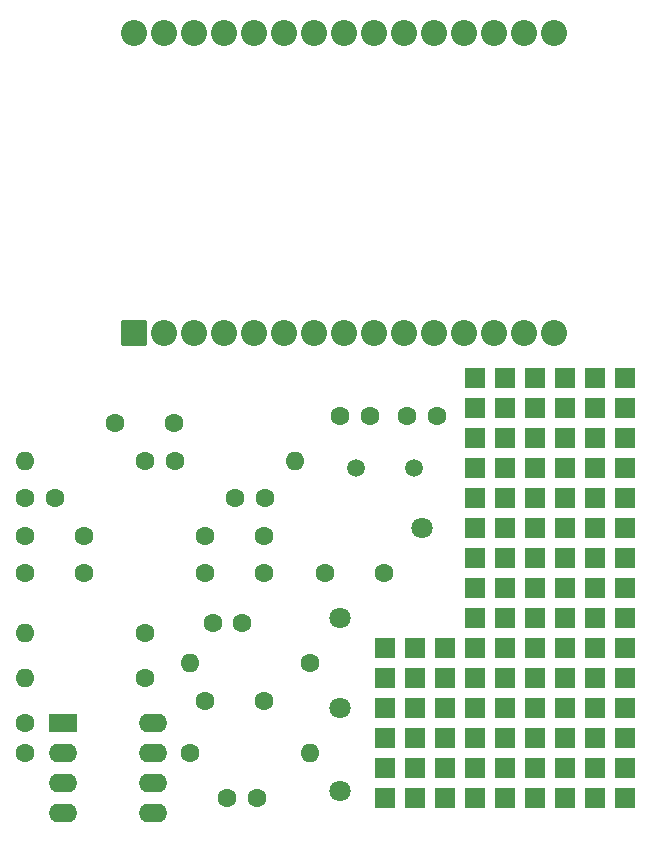
<source format=gbr>
%TF.GenerationSoftware,KiCad,Pcbnew,7.0.1*%
%TF.CreationDate,2023-09-14T17:26:19+02:00*%
%TF.ProjectId,schematic,73636865-6d61-4746-9963-2e6b69636164,rev?*%
%TF.SameCoordinates,Original*%
%TF.FileFunction,Soldermask,Bot*%
%TF.FilePolarity,Negative*%
%FSLAX46Y46*%
G04 Gerber Fmt 4.6, Leading zero omitted, Abs format (unit mm)*
G04 Created by KiCad (PCBNEW 7.0.1) date 2023-09-14 17:26:19*
%MOMM*%
%LPD*%
G01*
G04 APERTURE LIST*
G04 Aperture macros list*
%AMRoundRect*
0 Rectangle with rounded corners*
0 $1 Rounding radius*
0 $2 $3 $4 $5 $6 $7 $8 $9 X,Y pos of 4 corners*
0 Add a 4 corners polygon primitive as box body*
4,1,4,$2,$3,$4,$5,$6,$7,$8,$9,$2,$3,0*
0 Add four circle primitives for the rounded corners*
1,1,$1+$1,$2,$3*
1,1,$1+$1,$4,$5*
1,1,$1+$1,$6,$7*
1,1,$1+$1,$8,$9*
0 Add four rect primitives between the rounded corners*
20,1,$1+$1,$2,$3,$4,$5,0*
20,1,$1+$1,$4,$5,$6,$7,0*
20,1,$1+$1,$6,$7,$8,$9,0*
20,1,$1+$1,$8,$9,$2,$3,0*%
G04 Aperture macros list end*
%ADD10R,1.720000X1.720000*%
%ADD11C,1.600000*%
%ADD12O,1.600000X1.600000*%
%ADD13C,1.500000*%
%ADD14C,1.800000*%
%ADD15R,2.400000X1.600000*%
%ADD16O,2.400000X1.600000*%
%ADD17RoundRect,0.102000X1.000000X-1.000000X1.000000X1.000000X-1.000000X1.000000X-1.000000X-1.000000X0*%
%ADD18C,2.204000*%
G04 APERTURE END LIST*
D10*
%TO.C,REF\u002A\u002A*%
X192405000Y-82550000D03*
X192405000Y-85090000D03*
X192405000Y-87630000D03*
X194945000Y-82550000D03*
X194945000Y-85090000D03*
X194945000Y-87630000D03*
X197485000Y-82550000D03*
X197485000Y-85090000D03*
X197485000Y-87630000D03*
%TD*%
%TO.C,REF\u002A\u002A*%
X184785000Y-105410000D03*
X184785000Y-107950000D03*
X184785000Y-110490000D03*
X187325000Y-105410000D03*
X187325000Y-107950000D03*
X187325000Y-110490000D03*
X189865000Y-105410000D03*
X189865000Y-107950000D03*
X189865000Y-110490000D03*
%TD*%
D11*
%TO.C,C5*%
X161965000Y-91440000D03*
X166965000Y-91440000D03*
%TD*%
%TO.C,C12*%
X177125000Y-91440000D03*
X172125000Y-91440000D03*
%TD*%
%TO.C,R5*%
X159385000Y-81915000D03*
D12*
X169545000Y-81915000D03*
%TD*%
D11*
%TO.C,C7*%
X146685000Y-106640000D03*
X146685000Y-104140000D03*
%TD*%
D13*
%TO.C,Y1*%
X179615000Y-82550000D03*
X174735000Y-82550000D03*
%TD*%
D10*
%TO.C,REF\u002A\u002A*%
X177165000Y-105410000D03*
X177165000Y-107950000D03*
X177165000Y-110490000D03*
X179705000Y-105410000D03*
X179705000Y-107950000D03*
X179705000Y-110490000D03*
X182245000Y-105410000D03*
X182245000Y-107950000D03*
X182245000Y-110490000D03*
%TD*%
D11*
%TO.C,R4*%
X156845000Y-100330000D03*
D12*
X146685000Y-100330000D03*
%TD*%
D14*
%TO.C,J1*%
X173355000Y-95250000D03*
%TD*%
D10*
%TO.C,REF\u002A\u002A*%
X177165000Y-97790000D03*
X177165000Y-100330000D03*
X177165000Y-102870000D03*
X179705000Y-97790000D03*
X179705000Y-100330000D03*
X179705000Y-102870000D03*
X182245000Y-97790000D03*
X182245000Y-100330000D03*
X182245000Y-102870000D03*
%TD*%
D11*
%TO.C,C10*%
X161965000Y-102235000D03*
X166965000Y-102235000D03*
%TD*%
D14*
%TO.C,J2*%
X180340000Y-87630000D03*
%TD*%
D11*
%TO.C,C9*%
X146705000Y-85090000D03*
X149205000Y-85090000D03*
%TD*%
D15*
%TO.C,U2*%
X149870000Y-104150000D03*
D16*
X149870000Y-106690000D03*
X149870000Y-109230000D03*
X149870000Y-111770000D03*
X157490000Y-111770000D03*
X157490000Y-109230000D03*
X157490000Y-106690000D03*
X157490000Y-104150000D03*
%TD*%
D10*
%TO.C,REF\u002A\u002A*%
X184785000Y-74930000D03*
X184785000Y-77470000D03*
X184785000Y-80010000D03*
X187325000Y-74930000D03*
X187325000Y-77470000D03*
X187325000Y-80010000D03*
X189865000Y-74930000D03*
X189865000Y-77470000D03*
X189865000Y-80010000D03*
%TD*%
%TO.C,REF\u002A\u002A*%
X192405000Y-90170000D03*
X192405000Y-92710000D03*
X192405000Y-95250000D03*
X194945000Y-90170000D03*
X194945000Y-92710000D03*
X194945000Y-95250000D03*
X197485000Y-90170000D03*
X197485000Y-92710000D03*
X197485000Y-95250000D03*
%TD*%
D11*
%TO.C,C6*%
X166330000Y-110490000D03*
X163830000Y-110490000D03*
%TD*%
%TO.C,C11*%
X159345000Y-78740000D03*
X154345000Y-78740000D03*
%TD*%
%TO.C,R2*%
X156845000Y-96520000D03*
D12*
X146685000Y-96520000D03*
%TD*%
D11*
%TO.C,C1*%
X162600000Y-95670000D03*
X165100000Y-95670000D03*
%TD*%
D14*
%TO.C,J3*%
X173355000Y-109855000D03*
%TD*%
%TO.C,J4*%
X173355000Y-102870000D03*
%TD*%
D10*
%TO.C,REF\u002A\u002A*%
X192405000Y-74930000D03*
X192405000Y-77470000D03*
X192405000Y-80010000D03*
X194945000Y-74930000D03*
X194945000Y-77470000D03*
X194945000Y-80010000D03*
X197485000Y-74930000D03*
X197485000Y-77470000D03*
X197485000Y-80010000D03*
%TD*%
D11*
%TO.C,R6*%
X156845000Y-81915000D03*
D12*
X146685000Y-81915000D03*
%TD*%
D11*
%TO.C,R1*%
X170815000Y-99060000D03*
D12*
X160655000Y-99060000D03*
%TD*%
D10*
%TO.C,REF\u002A\u002A*%
X192405000Y-97790000D03*
X192405000Y-100330000D03*
X192405000Y-102870000D03*
X194945000Y-97790000D03*
X194945000Y-100330000D03*
X194945000Y-102870000D03*
X197485000Y-97790000D03*
X197485000Y-100330000D03*
X197485000Y-102870000D03*
%TD*%
D11*
%TO.C,C14*%
X181570000Y-78105000D03*
X179070000Y-78105000D03*
%TD*%
%TO.C,C2*%
X151725000Y-91440000D03*
X146725000Y-91440000D03*
%TD*%
D10*
%TO.C,REF\u002A\u002A*%
X184785000Y-82550000D03*
X184785000Y-85090000D03*
X184785000Y-87630000D03*
X187325000Y-82550000D03*
X187325000Y-85090000D03*
X187325000Y-87630000D03*
X189865000Y-82550000D03*
X189865000Y-85090000D03*
X189865000Y-87630000D03*
%TD*%
%TO.C,REF\u002A\u002A*%
X184785000Y-90170000D03*
X184785000Y-92710000D03*
X184785000Y-95250000D03*
X187325000Y-90170000D03*
X187325000Y-92710000D03*
X187325000Y-95250000D03*
X189865000Y-90170000D03*
X189865000Y-92710000D03*
X189865000Y-95250000D03*
%TD*%
%TO.C,REF\u002A\u002A*%
X192405000Y-105410000D03*
X192405000Y-107950000D03*
X192405000Y-110490000D03*
X194945000Y-105410000D03*
X194945000Y-107950000D03*
X194945000Y-110490000D03*
X197485000Y-105410000D03*
X197485000Y-107950000D03*
X197485000Y-110490000D03*
%TD*%
D11*
%TO.C,C3*%
X161965000Y-88265000D03*
X166965000Y-88265000D03*
%TD*%
%TO.C,R3*%
X160655000Y-106680000D03*
D12*
X170815000Y-106680000D03*
%TD*%
D11*
%TO.C,C13*%
X173395000Y-78105000D03*
X175895000Y-78105000D03*
%TD*%
D17*
%TO.C,U3*%
X155935000Y-71120000D03*
D18*
X158475000Y-71120000D03*
X161015000Y-71120000D03*
X163555000Y-71120000D03*
X166095000Y-71120000D03*
X168635000Y-71120000D03*
X171175000Y-71120000D03*
X173715000Y-71120000D03*
X176255000Y-71120000D03*
X178795000Y-71120000D03*
X181335000Y-71120000D03*
X183875000Y-71120000D03*
X186415000Y-71120000D03*
X188955000Y-71120000D03*
X191495000Y-71120000D03*
X191495000Y-45720000D03*
X188955000Y-45720000D03*
X186415000Y-45720000D03*
X183875000Y-45720000D03*
X181335000Y-45720000D03*
X178795000Y-45720000D03*
X176255000Y-45720000D03*
X173715000Y-45720000D03*
X171175000Y-45720000D03*
X168635000Y-45720000D03*
X166095000Y-45720000D03*
X163555000Y-45720000D03*
X161015000Y-45720000D03*
X158475000Y-45720000D03*
X155935000Y-45720000D03*
%TD*%
D11*
%TO.C,C4*%
X151725000Y-88265000D03*
X146725000Y-88265000D03*
%TD*%
D10*
%TO.C,REF\u002A\u002A*%
X184785000Y-97790000D03*
X184785000Y-100330000D03*
X184785000Y-102870000D03*
X187325000Y-97790000D03*
X187325000Y-100330000D03*
X187325000Y-102870000D03*
X189865000Y-97790000D03*
X189865000Y-100330000D03*
X189865000Y-102870000D03*
%TD*%
D11*
%TO.C,C8*%
X166985000Y-85090000D03*
X164485000Y-85090000D03*
%TD*%
M02*

</source>
